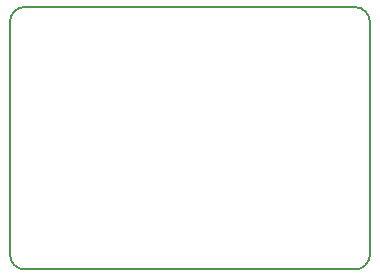
<source format=gm1>
G04 #@! TF.GenerationSoftware,KiCad,Pcbnew,(5.0.0-3-g5ebb6b6)*
G04 #@! TF.CreationDate,2018-12-16T13:46:05-05:00*
G04 #@! TF.ProjectId,555_Timer,3535355F54696D65722E6B696361645F,rev?*
G04 #@! TF.SameCoordinates,Original*
G04 #@! TF.FileFunction,Profile,NP*
%FSLAX46Y46*%
G04 Gerber Fmt 4.6, Leading zero omitted, Abs format (unit mm)*
G04 Created by KiCad (PCBNEW (5.0.0-3-g5ebb6b6)) date Sunday, December 16, 2018 at 01:46:05 PM*
%MOMM*%
%LPD*%
G01*
G04 APERTURE LIST*
%ADD10C,0.150000*%
G04 APERTURE END LIST*
D10*
X127635000Y-40640000D02*
X99695000Y-40640000D01*
X128905000Y-61595000D02*
X128905000Y-41910000D01*
X99695000Y-62865000D02*
X127635000Y-62865000D01*
X98425000Y-41910000D02*
X98425000Y-61595000D01*
X98425000Y-41910000D02*
G75*
G02X99695000Y-40640000I1270000J0D01*
G01*
X99695000Y-62865000D02*
G75*
G02X98425000Y-61595000I0J1270000D01*
G01*
X128905000Y-61595000D02*
G75*
G02X127635000Y-62865000I-1270000J0D01*
G01*
X127635000Y-40640000D02*
G75*
G02X128905000Y-41910000I0J-1270000D01*
G01*
M02*

</source>
